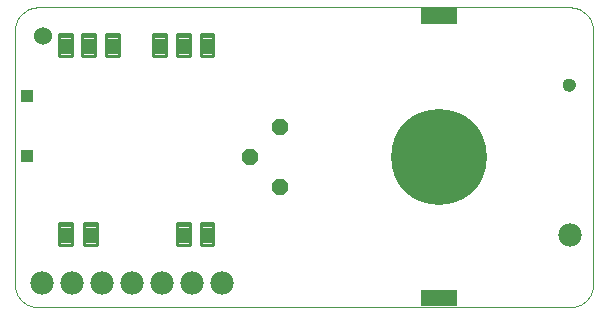
<source format=gbs>
G75*
%MOIN*%
%OFA0B0*%
%FSLAX24Y24*%
%IPPOS*%
%LPD*%
%AMOC8*
5,1,8,0,0,1.08239X$1,22.5*
%
%ADD10C,0.0010*%
%ADD11OC8,0.0560*%
%ADD12C,0.0600*%
%ADD13C,0.0000*%
%ADD14C,0.0440*%
%ADD15C,0.0780*%
%ADD16C,0.3190*%
%ADD17R,0.1221X0.0540*%
%ADD18R,0.0434X0.0434*%
%ADD19C,0.0108*%
D10*
X000937Y002139D02*
X013750Y002139D01*
X014950Y002139D01*
X018654Y002139D01*
X018708Y002141D01*
X018761Y002146D01*
X018814Y002155D01*
X018866Y002168D01*
X018918Y002184D01*
X018968Y002204D01*
X019016Y002227D01*
X019063Y002254D01*
X019108Y002283D01*
X019151Y002316D01*
X019191Y002351D01*
X019229Y002389D01*
X019264Y002429D01*
X019297Y002472D01*
X019326Y002517D01*
X019353Y002564D01*
X019376Y002612D01*
X019396Y002662D01*
X019412Y002714D01*
X019425Y002766D01*
X019434Y002819D01*
X019439Y002872D01*
X019441Y002926D01*
X019441Y011352D01*
X019439Y011406D01*
X019434Y011459D01*
X019425Y011512D01*
X019412Y011564D01*
X019396Y011616D01*
X019376Y011666D01*
X019353Y011714D01*
X019326Y011761D01*
X019297Y011806D01*
X019264Y011849D01*
X019229Y011889D01*
X019191Y011927D01*
X019151Y011962D01*
X019108Y011995D01*
X019063Y012024D01*
X019016Y012051D01*
X018968Y012074D01*
X018918Y012094D01*
X018866Y012110D01*
X018814Y012123D01*
X018761Y012132D01*
X018708Y012137D01*
X018654Y012139D01*
X014900Y012139D01*
X013700Y012139D01*
X000937Y012139D01*
X000883Y012137D01*
X000830Y012132D01*
X000777Y012123D01*
X000725Y012110D01*
X000673Y012094D01*
X000623Y012074D01*
X000575Y012051D01*
X000528Y012024D01*
X000483Y011995D01*
X000440Y011962D01*
X000400Y011927D01*
X000362Y011889D01*
X000327Y011849D01*
X000294Y011806D01*
X000265Y011761D01*
X000238Y011714D01*
X000215Y011666D01*
X000195Y011616D01*
X000179Y011564D01*
X000166Y011512D01*
X000157Y011459D01*
X000152Y011406D01*
X000150Y011352D01*
X000150Y002926D01*
X000152Y002872D01*
X000157Y002819D01*
X000166Y002766D01*
X000179Y002714D01*
X000195Y002662D01*
X000215Y002612D01*
X000238Y002564D01*
X000265Y002517D01*
X000294Y002472D01*
X000327Y002429D01*
X000362Y002389D01*
X000400Y002351D01*
X000440Y002316D01*
X000483Y002283D01*
X000528Y002254D01*
X000575Y002227D01*
X000623Y002204D01*
X000673Y002184D01*
X000725Y002168D01*
X000777Y002155D01*
X000830Y002146D01*
X000883Y002141D01*
X000937Y002139D01*
D11*
X009008Y006139D03*
X008008Y007139D03*
X009008Y008139D03*
D12*
X001100Y011189D03*
D13*
X018420Y009560D02*
X018422Y009588D01*
X018428Y009615D01*
X018437Y009641D01*
X018450Y009666D01*
X018467Y009689D01*
X018486Y009709D01*
X018508Y009726D01*
X018532Y009740D01*
X018558Y009750D01*
X018585Y009757D01*
X018613Y009760D01*
X018641Y009759D01*
X018668Y009754D01*
X018695Y009745D01*
X018720Y009733D01*
X018743Y009718D01*
X018764Y009699D01*
X018782Y009678D01*
X018797Y009654D01*
X018808Y009628D01*
X018816Y009602D01*
X018820Y009574D01*
X018820Y009546D01*
X018816Y009518D01*
X018808Y009492D01*
X018797Y009466D01*
X018782Y009442D01*
X018764Y009421D01*
X018743Y009402D01*
X018720Y009387D01*
X018695Y009375D01*
X018668Y009366D01*
X018641Y009361D01*
X018613Y009360D01*
X018585Y009363D01*
X018558Y009370D01*
X018532Y009380D01*
X018508Y009394D01*
X018486Y009411D01*
X018467Y009431D01*
X018450Y009454D01*
X018437Y009479D01*
X018428Y009505D01*
X018422Y009532D01*
X018420Y009560D01*
D14*
X018620Y009560D03*
D15*
X018654Y004560D03*
X007050Y002939D03*
X006050Y002939D03*
X005050Y002939D03*
X004050Y002939D03*
X003050Y002939D03*
X002050Y002939D03*
X001050Y002939D03*
D16*
X014300Y007139D03*
D17*
X014300Y011839D03*
X014300Y002439D03*
D18*
X000560Y007189D03*
X000560Y009189D03*
D19*
X002054Y010530D02*
X002054Y011248D01*
X002054Y010530D02*
X001622Y010530D01*
X001622Y011248D01*
X002054Y011248D01*
X002054Y010637D02*
X001622Y010637D01*
X001622Y010744D02*
X002054Y010744D01*
X002054Y010851D02*
X001622Y010851D01*
X001622Y010958D02*
X002054Y010958D01*
X002054Y011065D02*
X001622Y011065D01*
X001622Y011172D02*
X002054Y011172D01*
X002841Y011248D02*
X002841Y010530D01*
X002409Y010530D01*
X002409Y011248D01*
X002841Y011248D01*
X002841Y010637D02*
X002409Y010637D01*
X002409Y010744D02*
X002841Y010744D01*
X002841Y010851D02*
X002409Y010851D01*
X002409Y010958D02*
X002841Y010958D01*
X002841Y011065D02*
X002409Y011065D01*
X002409Y011172D02*
X002841Y011172D01*
X003629Y011248D02*
X003629Y010530D01*
X003197Y010530D01*
X003197Y011248D01*
X003629Y011248D01*
X003629Y010637D02*
X003197Y010637D01*
X003197Y010744D02*
X003629Y010744D01*
X003629Y010851D02*
X003197Y010851D01*
X003197Y010958D02*
X003629Y010958D01*
X003629Y011065D02*
X003197Y011065D01*
X003197Y011172D02*
X003629Y011172D01*
X005203Y011248D02*
X005203Y010530D01*
X004771Y010530D01*
X004771Y011248D01*
X005203Y011248D01*
X005203Y010637D02*
X004771Y010637D01*
X004771Y010744D02*
X005203Y010744D01*
X005203Y010851D02*
X004771Y010851D01*
X004771Y010958D02*
X005203Y010958D01*
X005203Y011065D02*
X004771Y011065D01*
X004771Y011172D02*
X005203Y011172D01*
X005991Y011248D02*
X005991Y010530D01*
X005559Y010530D01*
X005559Y011248D01*
X005991Y011248D01*
X005991Y010637D02*
X005559Y010637D01*
X005559Y010744D02*
X005991Y010744D01*
X005991Y010851D02*
X005559Y010851D01*
X005559Y010958D02*
X005991Y010958D01*
X005991Y011065D02*
X005559Y011065D01*
X005559Y011172D02*
X005991Y011172D01*
X006778Y011248D02*
X006778Y010530D01*
X006346Y010530D01*
X006346Y011248D01*
X006778Y011248D01*
X006778Y010637D02*
X006346Y010637D01*
X006346Y010744D02*
X006778Y010744D01*
X006778Y010851D02*
X006346Y010851D01*
X006346Y010958D02*
X006778Y010958D01*
X006778Y011065D02*
X006346Y011065D01*
X006346Y011172D02*
X006778Y011172D01*
X006778Y004948D02*
X006778Y004230D01*
X006346Y004230D01*
X006346Y004948D01*
X006778Y004948D01*
X006778Y004337D02*
X006346Y004337D01*
X006346Y004444D02*
X006778Y004444D01*
X006778Y004551D02*
X006346Y004551D01*
X006346Y004658D02*
X006778Y004658D01*
X006778Y004765D02*
X006346Y004765D01*
X006346Y004872D02*
X006778Y004872D01*
X005991Y004948D02*
X005991Y004230D01*
X005559Y004230D01*
X005559Y004948D01*
X005991Y004948D01*
X005991Y004337D02*
X005559Y004337D01*
X005559Y004444D02*
X005991Y004444D01*
X005991Y004551D02*
X005559Y004551D01*
X005559Y004658D02*
X005991Y004658D01*
X005991Y004765D02*
X005559Y004765D01*
X005559Y004872D02*
X005991Y004872D01*
X002879Y004948D02*
X002879Y004230D01*
X002447Y004230D01*
X002447Y004948D01*
X002879Y004948D01*
X002879Y004337D02*
X002447Y004337D01*
X002447Y004444D02*
X002879Y004444D01*
X002879Y004551D02*
X002447Y004551D01*
X002447Y004658D02*
X002879Y004658D01*
X002879Y004765D02*
X002447Y004765D01*
X002447Y004872D02*
X002879Y004872D01*
X002054Y004948D02*
X002054Y004230D01*
X001622Y004230D01*
X001622Y004948D01*
X002054Y004948D01*
X002054Y004337D02*
X001622Y004337D01*
X001622Y004444D02*
X002054Y004444D01*
X002054Y004551D02*
X001622Y004551D01*
X001622Y004658D02*
X002054Y004658D01*
X002054Y004765D02*
X001622Y004765D01*
X001622Y004872D02*
X002054Y004872D01*
M02*

</source>
